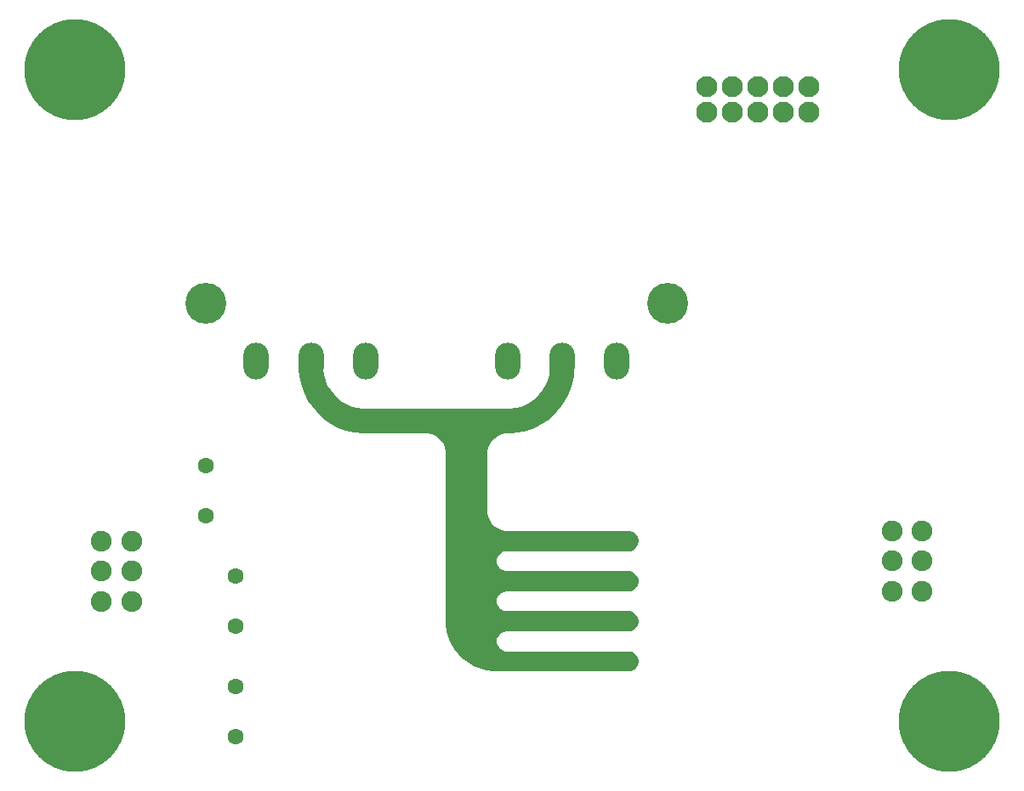
<source format=gbr>
%TF.GenerationSoftware,Altium Limited,Altium Designer,25.1.2 (22)*%
G04 Layer_Color=16711935*
%FSLAX45Y45*%
%MOMM*%
%TF.SameCoordinates,CB1A417E-7DD8-4276-B15B-71DB2DCBA6F7*%
%TF.FilePolarity,Negative*%
%TF.FileFunction,Soldermask,Bot*%
%TF.Part,Single*%
G01*
G75*
%TA.AperFunction,ComponentPad*%
%ADD87O,2.51600X3.67600*%
%TA.AperFunction,ViaPad*%
%ADD88C,10.07600*%
%TA.AperFunction,ComponentPad*%
%ADD89C,2.10000*%
%ADD90C,4.07600*%
%ADD91C,1.60000*%
%ADD92C,0.07600*%
%ADD93C,2.07600*%
G36*
X4294001Y1600000D02*
Y3271499D01*
X4293038Y3291102D01*
X4285389Y3329555D01*
X4270385Y3365778D01*
X4248603Y3398377D01*
X4220880Y3426101D01*
X4188280Y3447883D01*
X4152058Y3462887D01*
X4113604Y3470536D01*
X4094001Y3471499D01*
D01*
X3494001Y3471499D01*
X3461282D01*
X3396160Y3477913D01*
X3331980Y3490679D01*
X3269361Y3509674D01*
X3208905Y3534716D01*
X3151195Y3565563D01*
X3096786Y3601918D01*
X3046202Y3643430D01*
X2999932Y3689701D01*
X2958419Y3740285D01*
X2922064Y3794694D01*
X2891217Y3852404D01*
X2866175Y3912860D01*
X2847180Y3975479D01*
X2834414Y4039659D01*
X2828000Y4104781D01*
Y4137499D01*
X2828000D01*
Y4195500D01*
X3072000D01*
Y4137499D01*
X3072903Y4109899D01*
X3080108Y4055171D01*
X3094395Y4001852D01*
X3115520Y3950853D01*
X3143120Y3903048D01*
X3176724Y3859255D01*
X3215756Y3820222D01*
X3259549Y3786619D01*
X3307354Y3759018D01*
X3358353Y3737894D01*
X3411672Y3723607D01*
X3466400Y3716402D01*
X3494001Y3715499D01*
D01*
X4906000Y3715499D01*
X4933600Y3716403D01*
X4988328Y3723607D01*
X5041647Y3737894D01*
X5092646Y3759019D01*
X5140450Y3786619D01*
X5184244Y3820222D01*
X5223276Y3859255D01*
X5256880Y3903048D01*
X5284480Y3950853D01*
X5305604Y4001851D01*
X5319891Y4055170D01*
X5327096Y4109899D01*
X5328000Y4137499D01*
X5328000D01*
Y4195500D01*
X5572000D01*
X5572000Y4137499D01*
Y4104781D01*
X5565586Y4039659D01*
X5552819Y3975479D01*
X5533824Y3912860D01*
X5508782Y3852404D01*
X5477936Y3794694D01*
X5441581Y3740285D01*
X5400068Y3689701D01*
X5353797Y3643430D01*
X5303214Y3601918D01*
X5248805Y3565563D01*
X5191095Y3534716D01*
X5130639Y3509674D01*
X5068019Y3490679D01*
X5003840Y3477913D01*
X4938718Y3471499D01*
X4905999D01*
X4886396Y3470536D01*
X4847942Y3462887D01*
X4811720Y3447883D01*
X4779120Y3426101D01*
X4751397Y3398377D01*
X4729615Y3365778D01*
X4714611Y3329555D01*
X4706962Y3291102D01*
X4705999Y3271499D01*
D01*
Y2700000D01*
X4706962Y2680397D01*
X4714611Y2641943D01*
X4729615Y2605721D01*
X4751397Y2573121D01*
X4779120Y2545398D01*
X4811720Y2523616D01*
X4847942Y2508612D01*
X4886396Y2500963D01*
X4905999Y2500000D01*
D01*
X6110000Y2500001D01*
X6123165D01*
X6148598Y2493186D01*
X6171401Y2480021D01*
X6190020Y2461402D01*
X6203185Y2438599D01*
X6210000Y2413166D01*
Y2386835D01*
X6203185Y2361402D01*
X6190020Y2338599D01*
X6171401Y2319981D01*
X6148598Y2306816D01*
X6123165Y2300001D01*
X6110000D01*
D01*
X4900000D01*
X4886947Y2299145D01*
X4861732Y2292389D01*
X4839124Y2279336D01*
X4820664Y2260877D01*
X4807612Y2238269D01*
X4800856Y2213053D01*
Y2186948D01*
X4807612Y2161732D01*
X4820664Y2139124D01*
X4839124Y2120665D01*
X4861732Y2107612D01*
X4886947Y2100856D01*
X4900000Y2100001D01*
D01*
X6110000D01*
X6123165D01*
X6148598Y2093186D01*
X6171401Y2080020D01*
X6190020Y2061402D01*
X6203185Y2038599D01*
X6210000Y2013166D01*
Y1986835D01*
X6203185Y1961402D01*
X6190020Y1938599D01*
X6171401Y1919980D01*
X6148598Y1906815D01*
X6123165Y1900001D01*
X6110000D01*
D01*
X4900000D01*
X4886947Y1899145D01*
X4861732Y1892388D01*
X4839124Y1879336D01*
X4820664Y1860876D01*
X4807612Y1838269D01*
X4800856Y1813053D01*
Y1786948D01*
X4807612Y1761732D01*
X4820664Y1739124D01*
X4839124Y1720665D01*
X4861732Y1707612D01*
X4886947Y1700856D01*
X4900000Y1700000D01*
D01*
X6110000D01*
X6123165D01*
X6148598Y1693185D01*
X6171401Y1680020D01*
X6190020Y1661402D01*
X6203185Y1638599D01*
X6210000Y1613165D01*
Y1586835D01*
X6203185Y1561402D01*
X6190020Y1538599D01*
X6171401Y1519980D01*
X6148598Y1506815D01*
X6123165Y1500000D01*
X6110000D01*
D01*
X4900000D01*
X4886947Y1499145D01*
X4861732Y1492388D01*
X4839124Y1479336D01*
X4820664Y1460876D01*
X4807612Y1438268D01*
X4800856Y1413053D01*
Y1386947D01*
X4807612Y1361732D01*
X4820664Y1339124D01*
X4839124Y1320665D01*
X4861732Y1307612D01*
X4886947Y1300856D01*
X4900000Y1300000D01*
D01*
X6110000D01*
X6123165D01*
X6148598Y1293185D01*
X6171401Y1280020D01*
X6190020Y1261402D01*
X6203185Y1238598D01*
X6210000Y1213165D01*
Y1186835D01*
X6203185Y1161402D01*
X6190020Y1138598D01*
X6171401Y1119980D01*
X6148598Y1106815D01*
X6123165Y1100000D01*
X6110000D01*
D01*
X4794001Y1100000D01*
X4761229D01*
X4696246Y1108555D01*
X4632936Y1125519D01*
X4572382Y1150601D01*
X4515620Y1183373D01*
X4463620Y1223273D01*
X4417274Y1269620D01*
X4377374Y1321619D01*
X4344602Y1378381D01*
X4319520Y1438935D01*
X4302556Y1502245D01*
X4294001Y1567228D01*
X4294001Y1600000D01*
Y1600000D01*
D02*
G37*
D87*
X5994000Y4195500D02*
D03*
X5450000D02*
D03*
X4906000D02*
D03*
X3494000D02*
D03*
X2950000D02*
D03*
X2406000D02*
D03*
D88*
X9300000Y600000D02*
D03*
Y7100000D02*
D03*
X600000D02*
D03*
Y600000D02*
D03*
D89*
X6892000Y6673000D02*
D03*
Y6927000D02*
D03*
X7146000Y6673000D02*
D03*
Y6927000D02*
D03*
X7400000Y6673000D02*
D03*
Y6927000D02*
D03*
X7654000Y6673000D02*
D03*
Y6927000D02*
D03*
X7908000Y6673000D02*
D03*
Y6927000D02*
D03*
D90*
X6497000Y4767000D02*
D03*
X1903000D02*
D03*
D91*
X2200000Y450000D02*
D03*
X2200000Y950000D02*
D03*
X2200000Y1550000D02*
D03*
X2200000Y2050000D02*
D03*
X1900000Y2650000D02*
D03*
X1900000Y3150000D02*
D03*
D92*
X9465000Y2200000D02*
D03*
X435000Y2100000D02*
D03*
D93*
X8735000Y1900000D02*
D03*
Y2200000D02*
D03*
Y2500000D02*
D03*
X9035000Y1900000D02*
D03*
Y2200000D02*
D03*
Y2500000D02*
D03*
X1165000Y2400000D02*
D03*
Y2100000D02*
D03*
Y1800000D02*
D03*
X865000Y2400000D02*
D03*
Y2100000D02*
D03*
Y1800000D02*
D03*
%TF.MD5,2e361d34ddb0a271065d553e74cb1c69*%
M02*

</source>
